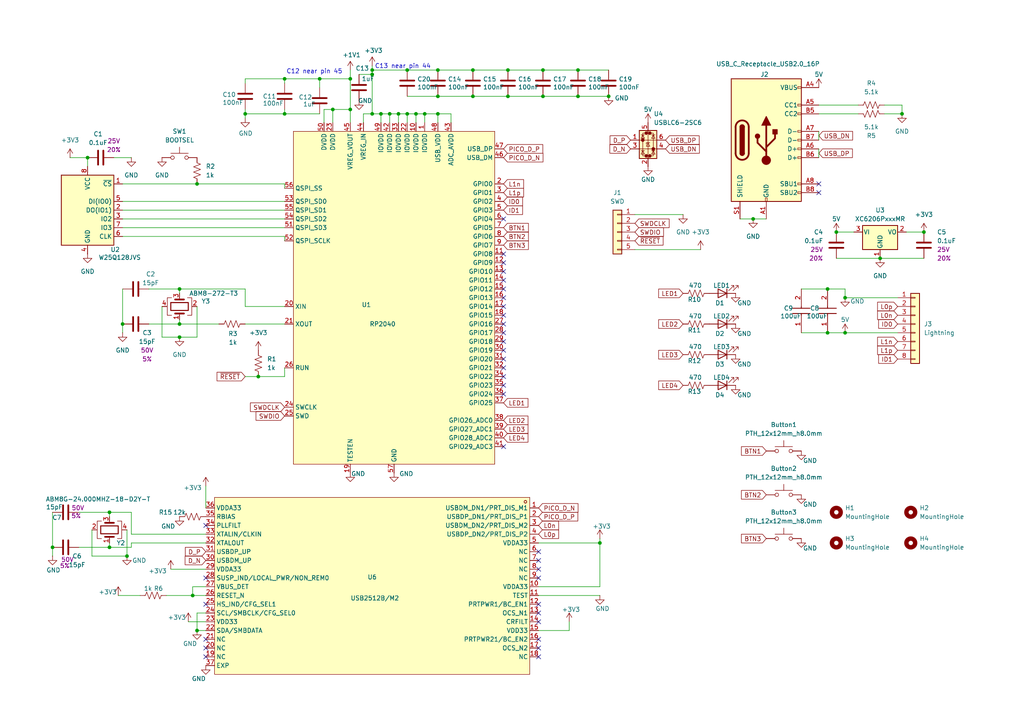
<source format=kicad_sch>
(kicad_sch (version 20231120) (generator "eeschema") (generator_version "8.0")
  (paper "A4")
  (title_block (title "colobus") (date "2025-01-10") (rev "v1"))
  (junction (at 110.49 33.02))
  (junction (at 57.15 182.88))
  (junction (at 123.19 33.02))
  (junction (at 240.03 96.52))
  (junction (at 57.15 53.34))
  (junction (at 167.64 27.94))
  (junction (at 157.48 27.94))
  (junction (at 127 27.94))
  (junction (at 96.52 31.75))
  (junction (at 71.12 33.02))
  (junction (at 255.27 74.93))
  (junction (at 167.64 20.32))
  (junction (at 35.56 93.98))
  (junction (at 118.11 33.02))
  (junction (at 74.93 109.22))
  (junction (at 118.11 20.32))
  (junction (at 137.16 20.32))
  (junction (at 82.55 22.86))
  (junction (at 101.6 31.75))
  (junction (at 245.11 96.52))
  (junction (at 55.88 172.72))
  (junction (at 36.83 161.29))
  (junction (at 147.32 20.32))
  (junction (at 261.62 33.02))
  (junction (at 176.53 27.94))
  (junction (at 147.32 27.94))
  (junction (at 107.95 21.59))
  (junction (at 115.57 33.02))
  (junction (at 157.48 20.32))
  (junction (at 107.95 33.02))
  (junction (at 137.16 27.94))
  (junction (at 82.55 33.02))
  (junction (at 245.11 86.36))
  (junction (at 52.07 97.79))
  (junction (at 218.44 63.5))
  (junction (at 127 33.02))
  (junction (at 242.57 67.31))
  (junction (at 52.07 83.82))
  (junction (at 240.03 83.82))
  (junction (at 52.07 93.98))
  (junction (at 31.75 158.75))
  (junction (at 15.24 158.75))
  (junction (at 120.65 33.02))
  (junction (at 267.97 67.31))
  (junction (at 31.75 148.59))
  (junction (at 25.4 45.72))
  (junction (at 101.6 22.86))
  (junction (at 113.03 33.02))
  (junction (at 173.99 157.48))
  (junction (at 107.95 20.32))
  (junction (at 127 20.32))
  (junction (at 92.71 22.86))
  (no_connect (at 59.69 152.4))
  (no_connect (at 156.21 175.26))
  (no_connect (at 146.05 99.06))
  (no_connect (at 156.21 185.42))
  (no_connect (at 146.05 104.14))
  (no_connect (at 146.05 78.74))
  (no_connect (at 146.05 111.76))
  (no_connect (at 146.05 114.3))
  (no_connect (at 146.05 86.36))
  (no_connect (at 146.05 106.68))
  (no_connect (at 156.21 167.64))
  (no_connect (at 146.05 109.22))
  (no_connect (at 59.69 187.96))
  (no_connect (at 146.05 88.9))
  (no_connect (at 146.05 91.44))
  (no_connect (at 156.21 162.56))
  (no_connect (at 237.49 55.88))
  (no_connect (at 146.05 73.66))
  (no_connect (at 156.21 160.02))
  (no_connect (at 59.69 185.42))
  (no_connect (at 146.05 63.5))
  (no_connect (at 146.05 76.2))
  (no_connect (at 156.21 177.8))
  (no_connect (at 59.69 167.64))
  (no_connect (at 59.69 190.5))
  (no_connect (at 59.69 175.26))
  (no_connect (at 156.21 187.96))
  (no_connect (at 146.05 81.28))
  (no_connect (at 146.05 96.52))
  (no_connect (at 146.05 101.6))
  (no_connect (at 156.21 180.34))
  (no_connect (at 146.05 93.98))
  (no_connect (at 146.05 83.82))
  (no_connect (at 237.49 53.34))
  (no_connect (at 156.21 165.1))
  (no_connect (at 146.05 129.54))
  (no_connect (at 156.21 190.5))
  (wire (pts (xy 25.4 48.26) (xy 25.4 45.72)))
  (wire (pts (xy 49.53 165.1) (xy 59.69 165.1)))
  (wire (pts (xy 120.65 33.02) (xy 123.19 33.02)))
  (wire (pts (xy 105.41 35.56) (xy 105.41 33.02)))
  (wire (pts (xy 261.62 30.48) (xy 256.54 30.48)))
  (wire (pts (xy 107.95 33.02) (xy 110.49 33.02)))
  (wire (pts (xy 82.55 68.58) (xy 82.55 69.85)))
  (wire (pts (xy 107.95 20.32) (xy 118.11 20.32)))
  (wire (pts (xy 82.55 106.68) (xy 82.55 109.22)))
  (wire (pts (xy 214.63 63.5) (xy 218.44 63.5)))
  (wire (pts (xy 96.52 31.75) (xy 101.6 31.75)))
  (wire (pts (xy 52.07 93.98) (xy 63.5 93.98)))
  (wire (pts (xy 26.67 161.29) (xy 26.67 153.67)))
  (wire (pts (xy 232.41 96.52) (xy 240.03 96.52)))
  (wire (pts (xy 127 27.94) (xy 137.16 27.94)))
  (wire (pts (xy 245.11 83.82) (xy 240.03 83.82)))
  (wire (pts (xy 48.26 172.72) (xy 55.88 172.72)))
  (wire (pts (xy 156.21 182.88) (xy 165.1 182.88)))
  (wire (pts (xy 26.67 161.29) (xy 36.83 161.29)))
  (wire (pts (xy 255.27 74.93) (xy 267.97 74.93)))
  (wire (pts (xy 46.99 97.79) (xy 46.99 88.9)))
  (wire (pts (xy 82.55 33.02) (xy 92.71 33.02)))
  (wire (pts (xy 123.19 33.02) (xy 123.19 35.56)))
  (wire (pts (xy 15.24 158.75) (xy 15.24 161.29)))
  (wire (pts (xy 120.65 33.02) (xy 120.65 35.56)))
  (wire (pts (xy 118.11 33.02) (xy 118.11 35.56)))
  (wire (pts (xy 165.1 180.34) (xy 165.1 182.88)))
  (wire (pts (xy 245.11 96.52) (xy 260.35 96.52)))
  (wire (pts (xy 52.07 97.79) (xy 57.15 97.79)))
  (wire (pts (xy 123.19 33.02) (xy 127 33.02)))
  (wire (pts (xy 101.6 31.75) (xy 101.6 35.56)))
  (wire (pts (xy 57.15 53.34) (xy 82.55 53.34)))
  (wire (pts (xy 156.21 172.72) (xy 173.99 172.72)))
  (wire (pts (xy 38.1 148.59) (xy 38.1 154.94)))
  (wire (pts (xy 35.56 93.98) (xy 35.56 96.52)))
  (wire (pts (xy 104.14 21.59) (xy 107.95 21.59)))
  (wire (pts (xy 71.12 93.98) (xy 82.55 93.98)))
  (wire (pts (xy 262.89 67.31) (xy 267.97 67.31)))
  (wire (pts (xy 59.69 170.18) (xy 55.88 170.18)))
  (wire (pts (xy 20.32 45.72) (xy 25.4 45.72)))
  (wire (pts (xy 35.56 58.42) (xy 82.55 58.42)))
  (wire (pts (xy 96.52 31.75) (xy 96.52 35.56)))
  (wire (pts (xy 59.69 157.48) (xy 38.1 157.48)))
  (wire (pts (xy 92.71 22.86) (xy 92.71 25.4)))
  (wire (pts (xy 71.12 22.86) (xy 82.55 22.86)))
  (wire (pts (xy 147.32 20.32) (xy 157.48 20.32)))
  (wire (pts (xy 107.95 20.32) (xy 107.95 21.59)))
  (wire (pts (xy 240.03 96.52) (xy 245.11 96.52)))
  (wire (pts (xy 173.99 170.18) (xy 173.99 157.48)))
  (wire (pts (xy 237.49 38.1) (xy 237.49 40.64)))
  (wire (pts (xy 57.15 177.8) (xy 57.15 182.88)))
  (wire (pts (xy 31.75 157.48) (xy 31.75 158.75)))
  (wire (pts (xy 113.03 33.02) (xy 113.03 35.56)))
  (wire (pts (xy 156.21 157.48) (xy 173.99 157.48)))
  (wire (pts (xy 46.99 97.79) (xy 52.07 97.79)))
  (wire (pts (xy 82.55 109.22) (xy 74.93 109.22)))
  (wire (pts (xy 22.86 148.59) (xy 31.75 148.59)))
  (wire (pts (xy 242.57 67.31) (xy 247.65 67.31)))
  (wire (pts (xy 115.57 33.02) (xy 118.11 33.02)))
  (wire (pts (xy 137.16 27.94) (xy 147.32 27.94)))
  (wire (pts (xy 167.64 27.94) (xy 176.53 27.94)))
  (wire (pts (xy 127 33.02) (xy 127 35.56)))
  (wire (pts (xy 71.12 33.02) (xy 71.12 34.29)))
  (wire (pts (xy 256.54 33.02) (xy 261.62 33.02)))
  (wire (pts (xy 57.15 182.88) (xy 59.69 182.88)))
  (wire (pts (xy 57.15 88.9) (xy 57.15 97.79)))
  (wire (pts (xy 237.49 33.02) (xy 248.92 33.02)))
  (wire (pts (xy 232.41 83.82) (xy 240.03 83.82)))
  (wire (pts (xy 93.98 35.56) (xy 93.98 31.75)))
  (wire (pts (xy 59.69 177.8) (xy 57.15 177.8)))
  (wire (pts (xy 93.98 31.75) (xy 96.52 31.75)))
  (wire (pts (xy 43.18 83.82) (xy 52.07 83.82)))
  (wire (pts (xy 245.11 86.36) (xy 260.35 86.36)))
  (wire (pts (xy 82.55 88.9) (xy 71.12 88.9)))
  (wire (pts (xy 71.12 88.9) (xy 71.12 83.82)))
  (wire (pts (xy 113.03 33.02) (xy 115.57 33.02)))
  (wire (pts (xy 130.81 33.02) (xy 130.81 35.56)))
  (wire (pts (xy 15.24 148.59) (xy 15.24 158.75)))
  (wire (pts (xy 101.6 20.32) (xy 101.6 22.86)))
  (wire (pts (xy 127 20.32) (xy 137.16 20.32)))
  (wire (pts (xy 107.95 19.05) (xy 107.95 20.32)))
  (wire (pts (xy 52.07 83.82) (xy 71.12 83.82)))
  (wire (pts (xy 52.07 92.71) (xy 52.07 93.98)))
  (wire (pts (xy 118.11 33.02) (xy 120.65 33.02)))
  (wire (pts (xy 55.88 172.72) (xy 59.69 172.72)))
  (wire (pts (xy 157.48 20.32) (xy 167.64 20.32)))
  (wire (pts (xy 35.56 53.34) (xy 57.15 53.34)))
  (wire (pts (xy 147.32 27.94) (xy 157.48 27.94)))
  (wire (pts (xy 22.86 158.75) (xy 31.75 158.75)))
  (wire (pts (xy 31.75 148.59) (xy 31.75 149.86)))
  (wire (pts (xy 33.02 45.72) (xy 38.1 45.72)))
  (wire (pts (xy 35.56 63.5) (xy 82.55 63.5)))
  (wire (pts (xy 38.1 154.94) (xy 59.69 154.94)))
  (wire (pts (xy 82.55 53.34) (xy 82.55 54.61)))
  (wire (pts (xy 54.61 180.34) (xy 59.69 180.34)))
  (wire (pts (xy 156.21 170.18) (xy 173.99 170.18)))
  (wire (pts (xy 157.48 27.94) (xy 167.64 27.94)))
  (wire (pts (xy 92.71 22.86) (xy 101.6 22.86)))
  (wire (pts (xy 184.15 62.23) (xy 198.12 62.23)))
  (wire (pts (xy 137.16 20.32) (xy 147.32 20.32)))
  (wire (pts (xy 242.57 74.93) (xy 255.27 74.93)))
  (wire (pts (xy 110.49 33.02) (xy 110.49 35.56)))
  (wire (pts (xy 107.95 21.59) (xy 107.95 33.02)))
  (wire (pts (xy 118.11 27.94) (xy 127 27.94)))
  (wire (pts (xy 35.56 68.58) (xy 82.55 68.58)))
  (wire (pts (xy 101.6 22.86) (xy 101.6 31.75)))
  (wire (pts (xy 118.11 20.32) (xy 127 20.32)))
  (wire (pts (xy 82.55 24.13) (xy 82.55 22.86)))
  (wire (pts (xy 110.49 33.02) (xy 113.03 33.02)))
  (wire (pts (xy 59.69 140.97) (xy 59.69 147.32)))
  (wire (pts (xy 31.75 148.59) (xy 38.1 148.59)))
  (wire (pts (xy 261.62 30.48) (xy 261.62 33.02)))
  (wire (pts (xy 115.57 33.02) (xy 115.57 35.56)))
  (wire (pts (xy 237.49 43.18) (xy 237.49 45.72)))
  (wire (pts (xy 71.12 31.75) (xy 71.12 33.02)))
  (wire (pts (xy 31.75 158.75) (xy 38.1 158.75)))
  (wire (pts (xy 35.56 66.04) (xy 82.55 66.04)))
  (wire (pts (xy 52.07 83.82) (xy 52.07 85.09)))
  (wire (pts (xy 36.83 153.67) (xy 36.83 161.29)))
  (wire (pts (xy 55.88 170.18) (xy 55.88 172.72)))
  (wire (pts (xy 38.1 157.48) (xy 38.1 158.75)))
  (wire (pts (xy 245.11 86.36) (xy 245.11 83.82)))
  (wire (pts (xy 71.12 33.02) (xy 82.55 33.02)))
  (wire (pts (xy 35.56 83.82) (xy 35.56 93.98)))
  (wire (pts (xy 184.15 72.39) (xy 203.2 72.39)))
  (wire (pts (xy 34.29 172.72) (xy 40.64 172.72)))
  (wire (pts (xy 43.18 93.98) (xy 52.07 93.98)))
  (wire (pts (xy 127 33.02) (xy 130.81 33.02)))
  (wire (pts (xy 71.12 109.22) (xy 74.93 109.22)))
  (wire (pts (xy 71.12 24.13) (xy 71.12 22.86)))
  (wire (pts (xy 237.49 30.48) (xy 248.92 30.48)))
  (wire (pts (xy 173.99 156.21) (xy 173.99 157.48)))
  (wire (pts (xy 35.56 60.96) (xy 82.55 60.96)))
  (wire (pts (xy 218.44 63.5) (xy 222.25 63.5)))
  (wire (pts (xy 82.55 33.02) (xy 82.55 31.75)))
  (wire (pts (xy 82.55 22.86) (xy 92.71 22.86)))
  (wire (pts (xy 105.41 33.02) (xy 107.95 33.02)))
  (wire (pts (xy 167.64 20.32) (xy 176.53 20.32)))
  (text "C12 near pin 45" (at 83.058 21.59 0) (effects (font (size 1.27 1.27)) (justify left bottom)))
  (text "C13 near pin 44" (at 108.712 20.066 0) (effects (font (size 1.27 1.27)) (justify left bottom)))
  (global_label "L0p" (shape input) (at 260.35 88.9 180) (property "Intersheetrefs" "${INTERSHEET_REFS}" (effects (hide yes))))
  (global_label "LED1" (shape input) (at 198.12 85.09 180) (property "Intersheetrefs" "${INTERSHEET_REFS}" (effects (hide yes))))
  (global_label "BTN1" (shape input) (at 146.05 66.04 0) (property "Intersheetrefs" "${INTERSHEET_REFS}" (effects (hide yes))))
  (global_label "L0p" (shape input) (at 156.21 154.94 0) (property "Intersheetrefs" "${INTERSHEET_REFS}" (effects (hide yes))))
  (global_label "ID1" (shape input) (at 260.35 104.14 180) (property "Intersheetrefs" "${INTERSHEET_REFS}" (effects (hide yes))))
  (global_label "USB_DP" (shape input) (at 237.49 44.45 0) (property "Intersheetrefs" "${INTERSHEET_REFS}" (effects (hide yes))))
  (global_label "BTN3" (shape input) (at 222.25 156.21 180) (property "Intersheetrefs" "${INTERSHEET_REFS}" (effects (hide yes))))
  (global_label "BTN1" (shape input) (at 222.25 130.81 180) (property "Intersheetrefs" "${INTERSHEET_REFS}" (effects (hide yes))))
  (global_label "PICO_D_N" (shape input) (at 146.05 45.72 0) (property "Intersheetrefs" "${INTERSHEET_REFS}" (effects (hide yes))))
  (global_label "LED4" (shape input) (at 198.12 111.76 180) (property "Intersheetrefs" "${INTERSHEET_REFS}" (effects (hide yes))))
  (global_label "LED4" (shape input) (at 146.05 127 0) (property "Intersheetrefs" "${INTERSHEET_REFS}" (effects (hide yes))))
  (global_label "L1p" (shape input) (at 146.05 55.88 0) (property "Intersheetrefs" "${INTERSHEET_REFS}" (effects (hide yes))))
  (global_label "D_P" (shape input) (at 182.88 40.64 180) (property "Intersheetrefs" "${INTERSHEET_REFS}" (effects (hide yes))))
  (global_label "LED2" (shape input) (at 198.12 93.98 180) (property "Intersheetrefs" "${INTERSHEET_REFS}" (effects (hide yes))))
  (global_label "ID0" (shape input) (at 146.05 58.42 0) (property "Intersheetrefs" "${INTERSHEET_REFS}" (effects (hide yes))))
  (global_label "L1n" (shape input) (at 260.35 99.06 180) (property "Intersheetrefs" "${INTERSHEET_REFS}" (effects (hide yes))))
  (global_label "BTN2" (shape input) (at 222.25 143.51 180) (property "Intersheetrefs" "${INTERSHEET_REFS}" (effects (hide yes))))
  (global_label "L0n" (shape input) (at 156.21 152.4 0) (property "Intersheetrefs" "${INTERSHEET_REFS}" (effects (hide yes))))
  (global_label "SWDCLK" (shape input) (at 184.15 64.77 0) (property "Intersheetrefs" "${INTERSHEET_REFS}" (effects (hide yes))))
  (global_label "D_N" (shape input) (at 59.69 162.56 180) (property "Intersheetrefs" "${INTERSHEET_REFS}" (effects (hide yes))))
  (global_label "LED3" (shape input) (at 146.05 124.46 0) (property "Intersheetrefs" "${INTERSHEET_REFS}" (effects (hide yes))))
  (global_label "PICO_D_P" (shape input) (at 146.05 43.18 0) (property "Intersheetrefs" "${INTERSHEET_REFS}" (effects (hide yes))))
  (global_label "LED3" (shape input) (at 198.12 102.87 180) (property "Intersheetrefs" "${INTERSHEET_REFS}" (effects (hide yes))))
  (global_label "ID0" (shape input) (at 260.35 93.98 180) (property "Intersheetrefs" "${INTERSHEET_REFS}" (effects (hide yes))))
  (global_label "LED2" (shape input) (at 146.05 121.92 0) (property "Intersheetrefs" "${INTERSHEET_REFS}" (effects (hide yes))))
  (global_label "BTN3" (shape input) (at 146.05 71.12 0) (property "Intersheetrefs" "${INTERSHEET_REFS}" (effects (hide yes))))
  (global_label "USB_DP" (shape input) (at 193.04 40.64 0) (property "Intersheetrefs" "${INTERSHEET_REFS}" (effects (hide yes))))
  (global_label "BTN2" (shape input) (at 146.05 68.58 0) (property "Intersheetrefs" "${INTERSHEET_REFS}" (effects (hide yes))))
  (global_label "~{RESET}" (shape input) (at 184.15 69.85 0) (property "Intersheetrefs" "${INTERSHEET_REFS}" (effects (hide yes))))
  (global_label "SWDIO" (shape input) (at 82.55 120.65 180) (property "Intersheetrefs" "${INTERSHEET_REFS}" (effects (hide yes))))
  (global_label "L1n" (shape input) (at 146.05 53.34 0) (property "Intersheetrefs" "${INTERSHEET_REFS}" (effects (hide yes))))
  (global_label "USB_DN" (shape input) (at 193.04 43.18 0) (property "Intersheetrefs" "${INTERSHEET_REFS}" (effects (hide yes))))
  (global_label "ID1" (shape input) (at 146.05 60.96 0) (property "Intersheetrefs" "${INTERSHEET_REFS}" (effects (hide yes))))
  (global_label "USB_DN" (shape input) (at 237.49 39.37 0) (property "Intersheetrefs" "${INTERSHEET_REFS}" (effects (hide yes))))
  (global_label "PICO_D_N" (shape input) (at 156.21 147.32 0) (property "Intersheetrefs" "${INTERSHEET_REFS}" (effects (hide yes))))
  (global_label "~{RESET}" (shape input) (at 71.12 109.22 180) (property "Intersheetrefs" "${INTERSHEET_REFS}" (effects (hide yes))))
  (global_label "PICO_D_P" (shape input) (at 156.21 149.86 0) (property "Intersheetrefs" "${INTERSHEET_REFS}" (effects (hide yes))))
  (global_label "LED1" (shape input) (at 146.05 116.84 0) (property "Intersheetrefs" "${INTERSHEET_REFS}" (effects (hide yes))))
  (global_label "D_P" (shape input) (at 59.69 160.02 180) (property "Intersheetrefs" "${INTERSHEET_REFS}" (effects (hide yes))))
  (global_label "L0n" (shape input) (at 260.35 91.44 180) (property "Intersheetrefs" "${INTERSHEET_REFS}" (effects (hide yes))))
  (global_label "SWDCLK" (shape input) (at 82.55 118.11 180) (property "Intersheetrefs" "${INTERSHEET_REFS}" (effects (hide yes))))
  (global_label "L1p" (shape input) (at 260.35 101.6 180) (property "Intersheetrefs" "${INTERSHEET_REFS}" (effects (hide yes))))
  (global_label "SWDIO" (shape input) (at 184.15 67.31 0) (property "Intersheetrefs" "${INTERSHEET_REFS}" (effects (hide yes))))
  (global_label "D_N" (shape input) (at 182.88 43.18 180) (property "Intersheetrefs" "${INTERSHEET_REFS}" (effects (hide yes))))
  (symbol (lib_id "power:GND") (at 213.36 85.09 0) (unit 1)
    (property "Reference" "#PWR028" (effects (hide yes)))
    (property "Value" "GND" (at 215.9 87.884 0))
    (property "Description" "Power symbol creates a global label with name \"GND\" , ground" (effects (hide yes)))
  )
  (symbol (lib_id "power:+3V3") (at 20.32 45.72 0) (unit 1)
    (property "Reference" "#PWR05" (effects (hide yes)))
    (property "Value" "+3V3" (at 20.32 40.64 0))
    (property "Description" "Power symbol creates a global label with name \"+3V3\"" (effects (hide yes)))
  )
  (symbol (lib_id "power:+3V3") (at 173.99 156.21 0) (unit 1)
    (property "Reference" "#PWR026" (effects (hide yes)))
    (property "Value" "+3V3" (at 174.498 152.654 0))
    (property "Description" "Power symbol creates a global label with name \"+3V3\"" (effects (hide yes)))
  )
  (symbol (lib_id "SparkFun-Switch:SPST_Push_PTH_12x12mm_h8.0mm") (at 227.33 130.81 0) (unit 1)
    (property "Reference" "Button1" (at 227.33 123.19 0))
    (property "Value" "PTH_12x12mm_h8.0mm" (at 227.33 125.73 0))
    (property "Footprint" "digikey-footprints:Switch_Tactile_THT_6x6mm" (effects (hide yes)))
    (property "Datasheet" "https://www.omron.com/ecb/products/pdf/en-b3f.pdf" (effects (hide yes)))
    (property "Description" "Single Pole Single Throw (SPST) switch" (effects (hide yes)))
    (property "PROD_ID" "SWCH-09185" (effects (hide yes)))
  )
  (symbol (lib_id "Device:C") (at 82.55 27.94 0) (unit 1)
    (property "Reference" "C11" (at 76.2 27.94 0) (effects (justify left)))
    (property "Value" "100nF" (at 76.2 29.972 0) (effects (justify left)))
    (property "Footprint" "Capacitor_SMD:C_0402_1005Metric" (effects (hide yes)))
  )
  (symbol (lib_id "SparkFun-LED:LED") (at 209.55 93.98 180) (unit 1)
    (property "Reference" "D2" (at 208.788 96.774 0))
    (property "Value" "LED2" (at 209.296 91.694 0))
    (property "Footprint" "digikey-footprints:LED_3mm_Radial" (effects (hide yes)))
    (property "Description" "Light emitting diode" (effects (hide yes)))
    (property "PROD_ID" "LED-" (effects (hide yes)))
  )
  (symbol (lib_id "Mechanical:MountingHole") (at 264.16 148.59 0) (unit 1) (exclude_from_sim yes) (in_bom no)
    (property "Reference" "H2" (at 266.7 147.3199 0) (effects (justify left)))
    (property "Value" "MountingHole" (at 266.7 149.8599 0) (effects (justify left)))
    (property "Footprint" "MountingHole:MountingHole_2.1mm" (effects (hide yes)))
    (property "Description" "Mounting Hole without connection" (effects (hide yes)))
  )
  (symbol (lib_id "Device:C") (at 147.32 24.13 0) (unit 1)
    (property "Reference" "C16" (at 150.241 22.9616 0) (effects (justify left)))
    (property "Value" "100nF" (at 150.241 25.273 0) (effects (justify left)))
    (property "Footprint" "Capacitor_SMD:C_0402_1005Metric" (effects (hide yes)))
  )
  (symbol (lib_id "SparkFun-Resistor:470_0402") (at 201.93 93.98 0) (unit 1)
    (property "Reference" "R11" (at 201.422 95.758 0))
    (property "Value" "470" (at 201.676 91.694 0))
    (property "Footprint" "Resistor_SMD:R_0402_1005Metric" (effects (hide yes)))
    (property "Datasheet" "https://www.vishay.com/docs/20035/dcrcwe3.pdf" (effects (hide yes)))
    (property "Description" "Resistor" (effects (hide yes)))
    (property "PROD_ID" "RES-13829" (effects (hide yes)))
  )
  (symbol (lib_id "SparkFun-Resistor:1k_0603") (at 44.45 172.72 180) (unit 1)
    (property "Reference" "R6" (at 45.974 170.688 0))
    (property "Value" "1k" (at 42.926 170.688 0))
    (property "Footprint" "Resistor_SMD:R_0402_1005Metric" (effects (hide yes)))
    (property "Datasheet" "https://www.vishay.com/docs/20035/dcrcwe3.pdf" (effects (hide yes)))
    (property "Description" "Resistor" (effects (hide yes)))
    (property "PROD_ID" "RES-07856" (effects (hide yes)))
  )
  (symbol (lib_id "SparkFun-Resistor:5.1k_0603") (at 252.73 30.48 0) (unit 1)
    (property "Reference" "R4" (at 252.73 24.13 0))
    (property "Value" "5.1k" (at 252.73 26.67 0))
    (property "Footprint" "Resistor_SMD:R_0402_1005Metric" (effects (hide yes)))
    (property "Datasheet" "https://www.vishay.com/docs/20035/dcrcwe3.pdf" (effects (hide yes)))
    (property "Description" "Resistor" (effects (hide yes)))
    (property "PROD_ID" "RES-12083" (effects (hide yes)))
  )
  (symbol (lib_id "SparkFun-PowerSymbol:5V") (at 237.49 25.4 0) (unit 1)
    (property "Reference" "#PWR014" (effects (hide yes)))
    (property "Value" "5V" (at 237.49 21.59 0))
    (property "Description" "Power symbol creates a global label with name \"5V\"" (effects (hide yes)))
  )
  (symbol (lib_id "power:+3V3") (at 49.53 165.1 0) (unit 1)
    (property "Reference" "#PWR045" (effects (hide yes)))
    (property "Value" "+3V3" (at 45.72 165.608 0))
    (property "Description" "Power symbol creates a global label with name \"+3V3\"" (effects (hide yes)))
  )
  (symbol (lib_id "Connector_Generic:Conn_01x08") (at 265.43 93.98 0) (unit 1)
    (property "Reference" "J3" (at 267.97 93.9799 0) (effects (justify left)))
    (property "Value" "Lightning" (at 267.97 96.5199 0) (effects (justify left)))
    (property "Footprint" "Connector_PinHeader_2.54mm:PinHeader_1x08_P2.54mm_Vertical" (effects (hide yes)))
    (property "Description" "Generic connector, single row, 01x08, script generated (kicad-library-utils/schlib/autogen/connector/)" (effects (hide yes)))
  )
  (symbol (lib_id "power:GND") (at 218.44 63.5 0) (unit 1)
    (property "Reference" "#PWR016" (effects (hide yes)))
    (property "Value" "GND" (at 218.44 68.58 0))
    (property "Description" "Power symbol creates a global label with name \"GND\" , ground" (effects (hide yes)))
  )
  (symbol (lib_id "power:GND") (at 57.15 182.88 0) (unit 1)
    (property "Reference" "#PWR044" (effects (hide yes)))
    (property "Value" "GND" (at 55.118 186.69 0))
    (property "Description" "Power symbol creates a global label with name \"GND\" , ground" (effects (hide yes)))
  )
  (symbol (lib_id "Mechanical:MountingHole") (at 242.57 157.48 0) (unit 1) (exclude_from_sim yes) (in_bom no)
    (property "Reference" "H3" (at 245.11 156.2099 0) (effects (justify left)))
    (property "Value" "MountingHole" (at 245.11 158.7499 0) (effects (justify left)))
    (property "Footprint" "MountingHole:MountingHole_2.1mm" (effects (hide yes)))
    (property "Description" "Mounting Hole without connection" (effects (hide yes)))
  )
  (symbol (lib_id "SparkFun-Resistor:1k_0603") (at 57.15 49.53 90) (unit 1)
    (property "Reference" "R2" (at 59.69 48.2599 90) (effects (justify right)))
    (property "Value" "1k" (at 59.69 50.7999 90) (effects (justify right)))
    (property "Footprint" "Resistor_SMD:R_0402_1005Metric" (effects (hide yes)))
    (property "Datasheet" "https://www.vishay.com/docs/20035/dcrcwe3.pdf" (effects (hide yes)))
    (property "Description" "Resistor" (effects (hide yes)))
    (property "PROD_ID" "RES-07856" (effects (hide yes)))
  )
  (symbol (lib_id "Connector:USB_C_Receptacle_USB2.0_16P") (at 222.25 40.64 0) (unit 1)
    (property "Reference" "J2" (at 221.742 21.59 0))
    (property "Value" "USB_C_Receptacle_USB2.0_16P" (at 222.758 18.542 0))
    (property "Footprint" "Connector_USB:USB_C_Receptacle_HCTL_HC-TYPE-C-16P-01A" (effects (hide yes)))
    (property "Datasheet" "https://www.usb.org/sites/default/files/documents/usb_type-c.zip" (effects (hide yes)))
    (property "Description" "USB 2.0-only 16P Type-C Receptacle connector" (effects (hide yes)))
  )
  (symbol (lib_id "Mechanical:MountingHole") (at 264.16 157.48 0) (unit 1) (exclude_from_sim yes) (in_bom no)
    (property "Reference" "H4" (at 266.7 156.2099 0) (effects (justify left)))
    (property "Value" "MountingHole" (at 266.7 158.7499 0) (effects (justify left)))
    (property "Footprint" "MountingHole:MountingHole_2.1mm" (effects (hide yes)))
    (property "Description" "Mounting Hole without connection" (effects (hide yes)))
  )
  (symbol (lib_id "power:GND") (at 245.11 86.36 0) (unit 1)
    (property "Reference" "#PWR022" (effects (hide yes)))
    (property "Value" "GND" (at 248.666 87.376 0))
    (property "Description" "Power symbol creates a global label with name \"GND\" , ground" (effects (hide yes)))
  )
  (symbol (lib_id "easyeda2kicad:RP2040") (at 114.3 88.9 0) (unit 1)
    (property "Reference" "U1" (at 104.902 88.392 0) (effects (justify left)))
    (property "Value" "RP2040" (at 107.188 93.98 0) (effects (justify left)))
    (property "Footprint" "easyeda2kicad:LQFN-56_L7.0-W7.0-P0.4-EP" (effects (hide yes)))
    (property "LCSC Part" "C2040" (effects (hide yes)))
  )
  (symbol (lib_id "power:+1V1") (at 101.6 20.32 0) (unit 1)
    (property "Reference" "#PWR040" (effects (hide yes)))
    (property "Value" "+1V1" (at 101.981 15.9258 0))
  )
  (symbol (lib_id "power:+3V3") (at 59.69 140.97 0) (unit 1)
    (property "Reference" "#PWR038" (effects (hide yes)))
    (property "Value" "+3V3" (at 55.88 141.478 0))
    (property "Description" "Power symbol creates a global label with name \"+3V3\"" (effects (hide yes)))
  )
  (symbol (lib_id "SparkFun-Resistor:1k_0603") (at 74.93 105.41 90) (unit 1)
    (property "Reference" "R1" (at 77.47 104.1399 90) (effects (justify right)))
    (property "Value" "1k" (at 77.47 106.6799 90) (effects (justify right)))
    (property "Footprint" "Resistor_SMD:R_0402_1005Metric" (effects (hide yes)))
    (property "Datasheet" "https://www.vishay.com/docs/20035/dcrcwe3.pdf" (effects (hide yes)))
    (property "Description" "Resistor" (effects (hide yes)))
    (property "PROD_ID" "RES-07856" (effects (hide yes)))
  )
  (symbol (lib_id "GRM31CD80J107MEA8L:GRM31CD80J107MEA8L") (at 232.41 96.52 90) (unit 1)
    (property "Reference" "C9" (at 227.33 89.408 90) (effects (justify right)))
    (property "Value" "100uF" (at 226.314 91.694 90) (effects (justify right)))
    (property "Footprint" "GRM31CD80J107MEA8L:GRM31x" (effects (hide yes)))
    (property "Datasheet" "https://search.murata.co.jp/Ceramy/image/img/A01X/G101/ENG/GRM31CD80J107MEA8-01A.pdf" (effects (hide yes)))
    (property "Description" "MLCC, 1206" (effects (hide yes)))
    (property "Height" "1.25" (effects (hide yes)))
    (property "Mouser Part Number" "81-GRM31CD80J107MA8L" (effects (hide yes)))
    (property "Mouser Price/Stock" "https://www.mouser.co.uk/ProductDetail/Murata-Electronics/GRM31CD80J107MEA8L?qs=DPoM0jnrROWnWfPYsqocbw%3D%3D" (effects (hide yes)))
    (property "Manufacturer_Name" "Murata Electronics" (effects (hide yes)))
    (property "Manufacturer_Part_Number" "GRM31CD80J107MEA8L" (effects (hide yes)))
  )
  (symbol (lib_id "power:GND") (at 213.36 93.98 0) (unit 1)
    (property "Reference" "#PWR029" (effects (hide yes)))
    (property "Value" "GND" (at 215.9 96.774 0))
    (property "Description" "Power symbol creates a global label with name \"GND\" , ground" (effects (hide yes)))
  )
  (symbol (lib_id "power:GND") (at 35.56 96.52 0) (unit 1)
    (property "Reference" "#PWR08" (effects (hide yes)))
    (property "Value" "GND" (at 35.56 101.6 0))
    (property "Description" "Power symbol creates a global label with name \"GND\" , ground" (effects (hide yes)))
  )
  (symbol (lib_id "power:+3V3") (at 74.93 101.6 0) (unit 1)
    (property "Reference" "#PWR01" (effects (hide yes)))
    (property "Value" "+3V3" (at 74.93 96.52 0))
    (property "Description" "Power symbol creates a global label with name \"+3V3\"" (effects (hide yes)))
  )
  (symbol (lib_id "Mechanical:MountingHole") (at 242.57 148.59 90) (unit 1) (exclude_from_sim yes) (in_bom no)
    (property "Reference" "H1" (at 245.11 147.3199 90) (effects (justify right)))
    (property "Value" "MountingHole" (at 245.11 149.8599 90) (effects (justify right)))
    (property "Footprint" "MountingHole:MountingHole_2.1mm" (effects (hide yes)))
    (property "Description" "Mounting Hole without connection" (effects (hide yes)))
  )
  (symbol (lib_id "Power_Protection:USBLC6-2SC6") (at 187.96 40.64 0) (unit 1)
    (property "Reference" "U4" (at 189.6111 33.02 0) (effects (justify left)))
    (property "Value" "USBLC6-2SC6" (at 189.6111 35.56 0) (effects (justify left)))
    (property "Footprint" "Package_TO_SOT_SMD:SOT-23-6" (effects (hide yes)))
    (property "Datasheet" "https://www.st.com/resource/en/datasheet/usblc6-2.pdf" (effects (hide yes)))
    (property "Description" "Very low capacitance ESD protection diode, 2 data-line, SOT-23-6" (effects (hide yes)))
  )
  (symbol (lib_id "Device:C") (at 176.53 24.13 0) (unit 1)
    (property "Reference" "C19" (at 179.451 22.9616 0) (effects (justify left)))
    (property "Value" "100nF" (at 179.451 25.273 0) (effects (justify left)))
    (property "Footprint" "Capacitor_SMD:C_0402_1005Metric" (effects (hide yes)))
  )
  (symbol (lib_id "SparkFun-Capacitor:15pF_0603_50V_5%") (at 19.05 148.59 90) (mirror x) (unit 1)
    (property "Reference" "C7" (at 16.51 150.114 90))
    (property "Value" "15pF" (at 15.748 147.066 90))
    (property "Footprint" "Capacitor_SMD:C_0402_1005Metric" (effects (hide yes)))
    (property "Datasheet" "https://cdn.sparkfun.com/assets/8/a/4/a/5/Kemet_Capacitor_Datasheet.pdf" (effects (hide yes)))
    (property "Description" "Unpolarized capacitor" (effects (hide yes)))
    (property "PROD_ID" "CAP-07881" (effects (hide yes)))
    (property "Voltage" "50V" (at 22.606 147.32 90))
    (property "Tolerance" "5%" (at 22.098 149.606 90))
  )
  (symbol (lib_id "power:GND") (at 261.62 33.02 0) (unit 1)
    (property "Reference" "#PWR015" (effects (hide yes)))
    (property "Value" "GND" (at 261.62 38.1 0))
    (property "Description" "Power symbol creates a global label with name \"GND\" , ground" (effects (hide yes)))
  )
  (symbol (lib_id "Regulator_Linear:XC6206PxxxMR") (at 255.27 67.31 0) (unit 1)
    (property "Reference" "U3" (at 255.27 60.96 0))
    (property "Value" "XC6206PxxxMR" (at 255.27 63.5 0))
    (property "Footprint" "Package_TO_SOT_SMD:SOT-23-3" (effects (hide yes)))
    (property "Datasheet" "https://www.torexsemi.com/file/xc6206/XC6206.pdf" (effects (hide yes)))
    (property "Description" "Positive 60-250mA Low Dropout Regulator, Fixed Output, SOT-23" (effects (hide yes)))
  )
  (symbol (lib_id "SparkFun-PowerSymbol:5V") (at 245.11 96.52 0) (unit 1)
    (property "Reference" "#PWR023" (effects (hide yes)))
    (property "Value" "5V" (at 245.11 92.71 0))
    (property "Description" "Power symbol creates a global label with name \"5V\"" (effects (hide yes)))
  )
  (symbol (lib_id "power:GND") (at 101.6 137.16 0) (unit 1)
    (property "Reference" "#PWR03" (effects (hide yes)))
    (property "Value" "GND" (at 103.886 137.414 0))
    (property "Description" "Power symbol creates a global label with name \"GND\" , ground" (effects (hide yes)))
  )
  (symbol (lib_id "SparkFun-Switch:SPST_Push_PTH_12x12mm_h8.0mm") (at 227.33 156.21 0) (unit 1)
    (property "Reference" "Button3" (at 227.33 148.59 0))
    (property "Value" "PTH_12x12mm_h8.0mm" (at 227.33 151.13 0))
    (property "Footprint" "digikey-footprints:Switch_Tactile_THT_6x6mm" (effects (hide yes)))
    (property "Datasheet" "https://www.omron.com/ecb/products/pdf/en-b3f.pdf" (effects (hide yes)))
    (property "Description" "Single Pole Single Throw (SPST) switch" (effects (hide yes)))
    (property "PROD_ID" "SWCH-09185" (effects (hide yes)))
  )
  (symbol (lib_id "power:GND") (at 114.3 137.16 0) (unit 1)
    (property "Reference" "#PWR04" (effects (hide yes)))
    (property "Value" "GND" (at 117.856 137.414 0))
    (property "Description" "Power symbol creates a global label with name \"GND\" , ground" (effects (hide yes)))
  )
  (symbol (lib_id "Device:C") (at 157.48 24.13 0) (unit 1)
    (property "Reference" "C17" (at 160.401 22.9616 0) (effects (justify left)))
    (property "Value" "100nF" (at 160.401 25.273 0) (effects (justify left)))
    (property "Footprint" "Capacitor_SMD:C_0402_1005Metric" (effects (hide yes)))
  )
  (symbol (lib_id "power:GND") (at 25.4 73.66 0) (unit 1)
    (property "Reference" "#PWR02" (effects (hide yes)))
    (property "Value" "GND" (at 25.4 78.74 0))
    (property "Description" "Power symbol creates a global label with name \"GND\" , ground" (effects (hide yes)))
  )
  (symbol (lib_id "power:GND") (at 176.53 27.94 0) (unit 1)
    (property "Reference" "#PWR042" (effects (hide yes)))
    (property "Value" "GND" (at 180.34 28.448 0))
  )
  (symbol (lib_id "SparkFun-Resistor:1k_0603") (at 67.31 93.98 0) (unit 1)
    (property "Reference" "R3" (at 67.564 96.774 0))
    (property "Value" "1k" (at 67.564 99.314 0))
    (property "Footprint" "Resistor_SMD:R_0402_1005Metric" (effects (hide yes)))
    (property "Datasheet" "https://www.vishay.com/docs/20035/dcrcwe3.pdf" (effects (hide yes)))
    (property "Description" "Resistor" (effects (hide yes)))
    (property "PROD_ID" "RES-07856" (effects (hide yes)))
  )
  (symbol (lib_id "Device:C") (at 167.64 24.13 0) (unit 1)
    (property "Reference" "C18" (at 170.561 22.9616 0) (effects (justify left)))
    (property "Value" "100nF" (at 170.561 25.273 0) (effects (justify left)))
    (property "Footprint" "Capacitor_SMD:C_0402_1005Metric" (effects (hide yes)))
  )
  (symbol (lib_id "Connector_Generic:Conn_01x05") (at 179.07 67.31 0) (mirror y) (unit 1)
    (property "Reference" "J1" (at 179.07 55.88 0))
    (property "Value" "SWD" (at 179.07 58.42 0))
    (property "Footprint" "Connector_PinHeader_2.54mm:PinHeader_1x05_P2.54mm_Vertical" (effects (hide yes)))
    (property "Description" "Generic connector, single row, 01x05, script generated (kicad-library-utils/schlib/autogen/connector/)" (effects (hide yes)))
  )
  (symbol (lib_id "SparkFun-Switch:SPST_Push_PTH_12x12mm_h8.0mm") (at 227.33 143.51 0) (unit 1)
    (property "Reference" "Button2" (at 227.33 135.89 0))
    (property "Value" "PTH_12x12mm_h8.0mm" (at 227.33 138.43 0))
    (property "Footprint" "digikey-footprints:Switch_Tactile_THT_6x6mm" (effects (hide yes)))
    (property "Datasheet" "https://www.omron.com/ecb/products/pdf/en-b3f.pdf" (effects (hide yes)))
    (property "Description" "Single Pole Single Throw (SPST) switch" (effects (hide yes)))
    (property "PROD_ID" "SWCH-09185" (effects (hide yes)))
  )
  (symbol (lib_id "GRM31CD80J107MEA8L:GRM31CD80J107MEA8L") (at 240.03 96.52 90) (unit 1)
    (property "Reference" "C8" (at 234.95 89.408 90) (effects (justify right)))
    (property "Value" "100uF" (at 233.934 91.694 90) (effects (justify right)))
    (property "Footprint" "GRM31CD80J107MEA8L:GRM31x" (effects (hide yes)))
    (property "Datasheet" "https://search.murata.co.jp/Ceramy/image/img/A01X/G101/ENG/GRM31CD80J107MEA8-01A.pdf" (effects (hide yes)))
    (property "Description" "MLCC, 1206" (effects (hide yes)))
    (property "Height" "1.25" (effects (hide yes)))
    (property "Mouser Part Number" "81-GRM31CD80J107MA8L" (effects (hide yes)))
    (property "Mouser Price/Stock" "https://www.mouser.co.uk/ProductDetail/Murata-Electronics/GRM31CD80J107MEA8L?qs=DPoM0jnrROWnWfPYsqocbw%3D%3D" (effects (hide yes)))
    (property "Manufacturer_Name" "Murata Electronics" (effects (hide yes)))
    (property "Manufacturer_Part_Number" "GRM31CD80J107MEA8L" (effects (hide yes)))
  )
  (symbol (lib_id "power:GND") (at 36.83 161.29 0) (unit 1)
    (property "Reference" "#PWR025" (effects (hide yes)))
    (property "Value" "GND" (at 40.386 162.56 0))
    (property "Description" "Power symbol creates a global label with name \"GND\" , ground" (effects (hide yes)))
  )
  (symbol (lib_id "SparkFun-PowerSymbol:5V") (at 187.96 35.56 0) (unit 1)
    (property "Reference" "#PWR020" (effects (hide yes)))
    (property "Value" "5V" (at 187.96 31.75 0))
    (property "Description" "Power symbol creates a global label with name \"5V\"" (effects (hide yes)))
  )
  (symbol (lib_id "power:GND") (at 15.24 161.29 0) (unit 1)
    (property "Reference" "#PWR024" (effects (hide yes)))
    (property "Value" "GND" (at 15.494 165.354 0))
    (property "Description" "Power symbol creates a global label with name \"GND\" , ground" (effects (hide yes)))
  )
  (symbol (lib_id "Memory_Flash:W25Q128JVS") (at 25.4 60.96 0) (mirror y) (unit 1)
    (property "Reference" "U2" (at 34.798 72.39 0) (effects (justify left)))
    (property "Value" "W25Q128JVS" (at 40.894 74.676 0) (effects (justify left)))
    (property "Footprint" "Package_SO:SOIC-8_5.23x5.23mm_P1.27mm" (effects (hide yes)))
    (property "Datasheet" "https://www.winbond.com/resource-files/w25q128jv_dtr%20revc%2003272018%20plus.pdf" (effects (hide yes)))
    (property "Description" "128Mb Serial Flash Memory, Standard/Dual/Quad SPI, SOIC-8" (effects (hide yes)))
  )
  (symbol (lib_id "SparkFun-LED:LED") (at 209.55 102.87 180) (unit 1)
    (property "Reference" "D3" (at 208.788 105.664 0))
    (property "Value" "LED3" (at 209.296 100.584 0))
    (property "Footprint" "digikey-footprints:LED_3mm_Radial" (effects (hide yes)))
    (property "Description" "Light emitting diode" (effects (hide yes)))
    (property "PROD_ID" "LED-" (effects (hide yes)))
  )
  (symbol (lib_id "SparkFun-Capacitor:15pF_0603_50V_5%") (at 19.05 158.75 90) (unit 1)
    (property "Reference" "C6" (at 22.352 161.29 90))
    (property "Value" "15pF" (at 22.352 163.83 90))
    (property "Footprint" "Capacitor_SMD:C_0402_1005Metric" (effects (hide yes)))
    (property "Datasheet" "https://cdn.sparkfun.com/assets/8/a/4/a/5/Kemet_Capacitor_Datasheet.pdf" (effects (hide yes)))
    (property "Description" "Unpolarized capacitor" (effects (hide yes)))
    (property "PROD_ID" "CAP-07881" (effects (hide yes)))
    (property "Voltage" "50V" (at 19.558 162.306 90))
    (property "Tolerance" "5%" (at 18.796 164.084 90))
  )
  (symbol (lib_id "SparkFun-Resistor:470_0402") (at 201.93 102.87 0) (unit 1)
    (property "Reference" "R12" (at 201.422 104.648 0))
    (property "Value" "470" (at 201.676 100.584 0))
    (property "Footprint" "Resistor_SMD:R_0402_1005Metric" (effects (hide yes)))
    (property "Datasheet" "https://www.vishay.com/docs/20035/dcrcwe3.pdf" (effects (hide yes)))
    (property "Description" "Resistor" (effects (hide yes)))
    (property "PROD_ID" "RES-13829" (effects (hide yes)))
  )
  (symbol (lib_id "power:GND") (at 187.96 48.26 0) (unit 1)
    (property "Reference" "#PWR021" (effects (hide yes)))
    (property "Value" "GND" (at 187.96 52.07 0))
    (property "Description" "Power symbol creates a global label with name \"GND\" , ground" (effects (hide yes)))
  )
  (symbol (lib_id "SparkFun-Capacitor:15pF_0603_50V_5%") (at 39.37 93.98 90) (unit 1)
    (property "Reference" "C3" (at 42.672 96.52 90))
    (property "Value" "15pF" (at 42.672 99.06 90))
    (property "Footprint" "Capacitor_SMD:C_0402_1005Metric" (effects (hide yes)))
    (property "Datasheet" "https://cdn.sparkfun.com/assets/8/a/4/a/5/Kemet_Capacitor_Datasheet.pdf" (effects (hide yes)))
    (property "Description" "Unpolarized capacitor" (effects (hide yes)))
    (property "PROD_ID" "CAP-07881" (effects (hide yes)))
    (property "Voltage" "50V" (at 42.672 101.6 90))
    (property "Tolerance" "5%" (at 42.672 104.14 90))
  )
  (symbol (lib_id "power:GND") (at 46.99 45.72 0) (unit 1)
    (property "Reference" "#PWR07" (effects (hide yes)))
    (property "Value" "GND" (at 46.99 50.8 0))
    (property "Description" "Power symbol creates a global label with name \"GND\" , ground" (effects (hide yes)))
  )
  (symbol (lib_id "easyeda2kicad:USB2512B_M2") (at 107.95 170.18 0) (mirror y) (unit 1)
    (property "Reference" "U6" (at 107.95 167.386 0))
    (property "Value" "USB2512B/M2" (at 108.712 173.482 0))
    (property "Footprint" "easyeda2kicad:UQFN-36_L6.0-W6.0-P0.50-BL-EP3.7" (effects (hide yes)))
    (property "Datasheet" "https://lcsc.com/product-detail/USB_MICROCHIP_USB2512B-M2_USB2512B-M2_C144303.html" (effects (hide yes)))
    (property "LCSC Part" "C144303" (effects (hide yes)))
  )
  (symbol (lib_id "SparkFun-LED:LED") (at 209.55 85.09 180) (unit 1)
    (property "Reference" "D1" (at 208.788 87.884 0))
    (property "Value" "LED1" (at 209.296 82.804 0))
    (property "Footprint" "LED_SMD:LED_0603_1608Metric" (effects (hide yes)))
    (property "Description" "Light emitting diode" (effects (hide yes)))
    (property "PROD_ID" "LED-" (effects (hide yes)))
  )
  (symbol (lib_id "power:GND") (at 59.69 193.04 0) (unit 1)
    (property "Reference" "#PWR039" (effects (hide yes)))
    (property "Value" "GND" (at 57.658 196.85 0))
    (property "Description" "Power symbol creates a global label with name \"GND\" , ground" (effects (hide yes)))
  )
  (symbol (lib_id "Device:C") (at 127 24.13 0) (unit 1)
    (property "Reference" "C14" (at 129.921 22.9616 0) (effects (justify left)))
    (property "Value" "100nF" (at 129.921 25.273 0) (effects (justify left)))
    (property "Footprint" "Capacitor_SMD:C_0402_1005Metric" (effects (hide yes)))
  )
  (symbol (lib_id "power:GND") (at 173.99 172.72 0) (unit 1)
    (property "Reference" "#PWR036" (effects (hide yes)))
    (property "Value" "GND" (at 174.752 176.53 0))
    (property "Description" "Power symbol creates a global label with name \"GND\" , ground" (effects (hide yes)))
  )
  (symbol (lib_id "power:GND") (at 52.07 97.79 0) (unit 1)
    (property "Reference" "#PWR09" (effects (hide yes)))
    (property "Value" "GND" (at 52.07 102.87 0))
    (property "Description" "Power symbol creates a global label with name \"GND\" , ground" (effects (hide yes)))
  )
  (symbol (lib_id "Device:C") (at 137.16 24.13 0) (unit 1)
    (property "Reference" "C15" (at 140.081 22.9616 0) (effects (justify left)))
    (property "Value" "100nF" (at 140.081 25.273 0) (effects (justify left)))
    (property "Footprint" "Capacitor_SMD:C_0402_1005Metric" (effects (hide yes)))
  )
  (symbol (lib_id "Device:C") (at 71.12 27.94 0) (unit 1)
    (property "Reference" "C10" (at 64.516 27.432 0) (effects (justify left)))
    (property "Value" "100nF" (at 64.516 29.7434 0) (effects (justify left)))
    (property "Footprint" "Capacitor_SMD:C_0402_1005Metric" (effects (hide yes)))
  )
  (symbol (lib_id "power:GND") (at 213.36 102.87 0) (unit 1)
    (property "Reference" "#PWR030" (effects (hide yes)))
    (property "Value" "GND" (at 215.9 105.664 0))
    (property "Description" "Power symbol creates a global label with name \"GND\" , ground" (effects (hide yes)))
  )
  (symbol (lib_id "power:GND") (at 255.27 74.93 0) (unit 1)
    (property "Reference" "#PWR019" (effects (hide yes)))
    (property "Value" "GND" (at 255.27 80.01 0))
    (property "Description" "Power symbol creates a global label with name \"GND\" , ground" (effects (hide yes)))
  )
  (symbol (lib_id "power:+3V3") (at 203.2 72.39 0) (unit 1)
    (property "Reference" "#PWR013" (effects (hide yes)))
    (property "Value" "+3V3" (at 203.2 67.31 0))
    (property "Description" "Power symbol creates a global label with name \"+3V3\"" (effects (hide yes)))
  )
  (symbol (lib_id "power:GND") (at 52.07 149.86 0) (unit 1)
    (property "Reference" "#PWR035" (effects (hide yes)))
    (property "Value" "GND" (at 48.768 152.654 0))
    (property "Description" "Power symbol creates a global label with name \"GND\" , ground" (effects (hide yes)))
  )
  (symbol (lib_id "power:GND") (at 38.1 45.72 0) (unit 1)
    (property "Reference" "#PWR06" (effects (hide yes)))
    (property "Value" "GND" (at 38.1 50.8 0))
    (property "Description" "Power symbol creates a global label with name \"GND\" , ground" (effects (hide yes)))
  )
  (symbol (lib_id "power:+3V3") (at 107.95 19.05 0) (unit 1)
    (property "Reference" "#PWR011" (effects (hide yes)))
    (property "Value" "+3V3" (at 108.331 14.6558 0))
  )
  (symbol (lib_id "power:GND") (at 232.41 130.81 0) (unit 1)
    (property "Reference" "#PWR032" (effects (hide yes)))
    (property "Value" "GND" (at 234.95 133.604 0))
    (property "Description" "Power symbol creates a global label with name \"GND\" , ground" (effects (hide yes)))
  )
  (symbol (lib_id "power:+3V3") (at 54.61 180.34 0) (unit 1)
    (property "Reference" "#PWR043" (effects (hide yes)))
    (property "Value" "+3V3" (at 51.308 179.07 0))
    (property "Description" "Power symbol creates a global label with name \"+3V3\"" (effects (hide yes)))
  )
  (symbol (lib_id "Device:C") (at 92.71 29.21 0) (unit 1)
    (property "Reference" "C12" (at 86.614 28.194 0) (effects (justify left)))
    (property "Value" "1uF" (at 87.884 30.226 0) (effects (justify left)))
    (property "Footprint" "Capacitor_SMD:C_0402_1005Metric" (effects (hide yes)))
  )
  (symbol (lib_id "SparkFun-Capacitor:0.1uF_0603_25V_20%") (at 242.57 71.12 0) (unit 1)
    (property "Reference" "C4" (at 238.76 67.3099 0) (effects (justify right)))
    (property "Value" "0.1uF" (at 238.76 69.8499 0) (effects (justify right)))
    (property "Footprint" "Capacitor_SMD:C_0402_1005Metric" (effects (hide yes)))
    (property "Datasheet" "https://cdn.sparkfun.com/assets/8/a/4/a/5/Kemet_Capacitor_Datasheet.pdf" (effects (hide yes)))
    (property "Description" "Unpolarized capacitor" (effects (hide yes)))
    (property "PROD_ID" "CAP-00810" (effects (hide yes)))
    (property "Voltage" "25V" (at 238.76 72.3899 0) (effects (justify right)))
    (property "Tolerance" "20%" (at 238.76 74.9299 0) (effects (justify right)))
  )
  (symbol (lib_id "Switch:SW_Push") (at 52.07 45.72 0) (unit 1)
    (property "Reference" "SW1" (at 52.07 38.1 0))
    (property "Value" "BOOTSEL" (at 52.07 40.64 0))
    (property "Footprint" "Button_Switch_SMD:SW_SPST_PTS810" (effects (hide yes)))
    (property "Description" "Push button switch, generic, two pins" (effects (hide yes)))
  )
  (symbol (lib_id "power:GND") (at 232.41 143.51 0) (unit 1)
    (property "Reference" "#PWR033" (effects (hide yes)))
    (property "Value" "GND" (at 234.95 146.304 0))
    (property "Description" "Power symbol creates a global label with name \"GND\" , ground" (effects (hide yes)))
  )
  (symbol (lib_id "power:+3V3") (at 267.97 67.31 0) (unit 1)
    (property "Reference" "#PWR018" (effects (hide yes)))
    (property "Value" "+3V3" (at 267.97 62.23 0))
    (property "Description" "Power symbol creates a global label with name \"+3V3\"" (effects (hide yes)))
  )
  (symbol (lib_id "SparkFun-LED:LED") (at 209.55 111.76 180) (unit 1)
    (property "Reference" "D4" (at 208.788 114.554 0))
    (property "Value" "LED4" (at 209.296 109.474 0))
    (property "Footprint" "digikey-footprints:LED_3mm_Radial" (effects (hide yes)))
    (property "Description" "Light emitting diode" (effects (hide yes)))
    (property "PROD_ID" "LED-" (effects (hide yes)))
  )
  (symbol (lib_id "power:GND") (at 213.36 111.76 0) (unit 1)
    (property "Reference" "#PWR031" (effects (hide yes)))
    (property "Value" "GND" (at 215.9 114.554 0))
    (property "Description" "Power symbol creates a global label with name \"GND\" , ground" (effects (hide yes)))
  )
  (symbol (lib_id "Device:Crystal_GND24") (at 31.75 153.67 90) (unit 1)
    (property "Reference" "Y2" (at 35.052 157.48 90))
    (property "Value" "ABM8G-24.000MHZ-18-D2Y-T" (at 28.448 144.78 90))
    (property "Footprint" "Crystal:Crystal_SMD_Abracon_ABM8G-4Pin_3.2x2.5mm" (effects (hide yes)))
    (property "Description" "Four pin crystal, GND on pins 2 and 4" (effects (hide yes)))
  )
  (symbol (lib_id "power:GND") (at 198.12 62.23 0) (unit 1)
    (property "Reference" "#PWR012" (effects (hide yes)))
    (property "Value" "GND" (at 198.12 67.31 0))
    (property "Description" "Power symbol creates a global label with name \"GND\" , ground" (effects (hide yes)))
  )
  (symbol (lib_id "SparkFun-Capacitor:15pF_0603_50V_5%") (at 39.37 83.82 90) (unit 1)
    (property "Reference" "C2" (at 43.688 79.502 90))
    (property "Value" "15pF" (at 43.688 82.042 90))
    (property "Footprint" "Capacitor_SMD:C_0402_1005Metric" (effects (hide yes)))
    (property "Datasheet" "https://cdn.sparkfun.com/assets/8/a/4/a/5/Kemet_Capacitor_Datasheet.pdf" (effects (hide yes)))
    (property "Description" "Unpolarized capacitor" (effects (hide yes)))
    (property "PROD_ID" "CAP-07881" (effects (hide yes)))
    (property "Voltage" "50V" (effects (hide yes)))
    (property "Tolerance" "5%" (effects (hide yes)))
  )
  (symbol (lib_id "Device:C") (at 118.11 24.13 0) (unit 1)
    (property "Reference" "C20" (at 121.031 22.9616 0) (effects (justify left)))
    (property "Value" "100nF" (at 121.031 25.273 0) (effects (justify left)))
    (property "Footprint" "Capacitor_SMD:C_0402_1005Metric" (effects (hide yes)))
  )
  (symbol (lib_id "Device:C") (at 104.14 25.4 0) (unit 1)
    (property "Reference" "C13" (at 103.124 19.812 0) (effects (justify left)))
    (property "Value" "1uF" (at 104.902 22.86 0) (effects (justify left)))
    (property "Footprint" "Capacitor_SMD:C_0402_1005Metric" (effects (hide yes)))
  )
  (symbol (lib_id "power:+3V3") (at 34.29 172.72 0) (unit 1)
    (property "Reference" "#PWR027" (effects (hide yes)))
    (property "Value" "+3V3" (at 31.242 171.704 0))
    (property "Description" "Power symbol creates a global label with name \"+3V3\"" (effects (hide yes)))
  )
  (symbol (lib_id "SparkFun-Capacitor:0.1uF_0603_25V_20%") (at 267.97 71.12 0) (mirror y) (unit 1)
    (property "Reference" "C5" (at 271.78 67.3099 0) (effects (justify right)))
    (property "Value" "0.1uF" (at 271.78 69.8499 0) (effects (justify right)))
    (property "Footprint" "Capacitor_SMD:C_0402_1005Metric" (effects (hide yes)))
    (property "Datasheet" "https://cdn.sparkfun.com/assets/8/a/4/a/5/Kemet_Capacitor_Datasheet.pdf" (effects (hide yes)))
    (property "Description" "Unpolarized capacitor" (effects (hide yes)))
    (property "PROD_ID" "CAP-00810" (effects (hide yes)))
    (property "Voltage" "25V" (at 271.78 72.3899 0) (effects (justify right)))
    (property "Tolerance" "20%" (at 271.78 74.9299 0) (effects (justify right)))
  )
  (symbol (lib_id "SparkFun-PowerSymbol:5V") (at 242.57 67.31 0) (unit 1)
    (property "Reference" "#PWR017" (effects (hide yes)))
    (property "Value" "5V" (at 242.57 63.5 0))
    (property "Description" "Power symbol creates a global label with name \"5V\"" (effects (hide yes)))
  )
  (symbol (lib_id "SparkFun-Resistor:470_0402") (at 201.93 85.09 0) (unit 1)
    (property "Reference" "R10" (at 201.422 86.868 0))
    (property "Value" "470" (at 201.676 82.804 0))
    (property "Footprint" "Resistor_SMD:R_0402_1005Metric" (effects (hide yes)))
    (property "Datasheet" "https://www.vishay.com/docs/20035/dcrcwe3.pdf" (effects (hide yes)))
    (property "Description" "Resistor" (effects (hide yes)))
    (property "PROD_ID" "RES-13829" (effects (hide yes)))
  )
  (symbol (lib_id "SparkFun-Resistor:5.1k_0603") (at 252.73 33.02 0) (mirror x) (unit 1)
    (property "Reference" "R5" (at 252.73 39.37 0))
    (property "Value" "5.1k" (at 252.73 36.83 0))
    (property "Footprint" "Resistor_SMD:R_0402_1005Metric" (effects (hide yes)))
    (property "Datasheet" "https://www.vishay.com/docs/20035/dcrcwe3.pdf" (effects (hide yes)))
    (property "Description" "Resistor" (effects (hide yes)))
    (property "PROD_ID" "RES-12083" (effects (hide yes)))
  )
  (symbol (lib_id "SparkFun-Resistor:470_0402") (at 201.93 111.76 0) (unit 1)
    (property "Reference" "R13" (at 201.422 113.538 0))
    (property "Value" "470" (at 201.676 109.474 0))
    (property "Footprint" "Resistor_SMD:R_0402_1005Metric" (effects (hide yes)))
    (property "Datasheet" "https://www.vishay.com/docs/20035/dcrcwe3.pdf" (effects (hide yes)))
    (property "Description" "Resistor" (effects (hide yes)))
    (property "PROD_ID" "RES-13829" (effects (hide yes)))
  )
  (symbol (lib_id "SparkFun-Capacitor:0.1uF_0603_25V_20%") (at 29.21 45.72 90) (unit 1)
    (property "Reference" "C1" (at 28.448 38.862 90))
    (property "Value" "0.1uF" (at 28.448 41.402 90))
    (property "Footprint" "Capacitor_SMD:C_0402_1005Metric" (effects (hide yes)))
    (property "Datasheet" "https://cdn.sparkfun.com/assets/8/a/4/a/5/Kemet_Capacitor_Datasheet.pdf" (effects (hide yes)))
    (property "Description" "Unpolarized capacitor" (effects (hide yes)))
    (property "PROD_ID" "CAP-00810" (effects (hide yes)))
    (property "Voltage" "25V" (at 33.02 40.894 90))
    (property "Tolerance" "20%" (at 33.02 43.434 90))
  )
  (symbol (lib_id "power:+3V3") (at 165.1 180.34 0) (unit 1)
    (property "Reference" "#PWR037" (effects (hide yes)))
    (property "Value" "+3V3" (at 165.608 176.784 0))
    (property "Description" "Power symbol creates a global label with name \"+3V3\"" (effects (hide yes)))
  )
  (symbol (lib_id "power:GND") (at 71.12 34.29 0) (unit 1)
    (property "Reference" "#PWR010" (effects (hide yes)))
    (property "Value" "GND" (at 71.247 38.6842 0))
  )
  (symbol (lib_id "power:GND") (at 104.14 29.21 0) (unit 1)
    (property "Reference" "#PWR041" (effects (hide yes)))
    (property "Value" "GND" (at 105.918 29.21 0))
  )
  (symbol (lib_id "SparkFun-Resistor:12k_0402") (at 55.88 149.86 0) (unit 1)
    (property "Reference" "R15" (at 48.006 148.59 0))
    (property "Value" "12k" (at 52.07 148.59 0))
    (property "Footprint" "Resistor_SMD:R_0402_1005Metric" (effects (hide yes)))
    (property "Datasheet" "https://www.vishay.com/docs/20035/dcrcwe3.pdf" (effects (hide yes)))
    (property "Description" "Resistor" (effects (hide yes)))
    (property "PROD_ID" "RES-14967" (effects (hide yes)))
  )
  (symbol (lib_id "Device:Crystal_GND24") (at 52.07 88.9 270) (mirror x) (unit 1)
    (property "Reference" "Y3" (at 59.69 87.376 90))
    (property "Value" "ABM8-272-T3" (at 61.976 85.09 90))
    (property "Footprint" "Crystal:Crystal_SMD_Abracon_ABM8G-4Pin_3.2x2.5mm" (effects (hide yes)))
    (property "Description" "Four pin crystal, GND on pins 2 and 4" (effects (hide yes)))
  )
  (symbol (lib_id "power:GND") (at 232.41 156.21 0) (unit 1)
    (property "Reference" "#PWR034" (effects (hide yes)))
    (property "Value" "GND" (at 234.95 159.004 0))
    (property "Description" "Power symbol creates a global label with name \"GND\" , ground" (effects (hide yes)))
  )
)
</source>
